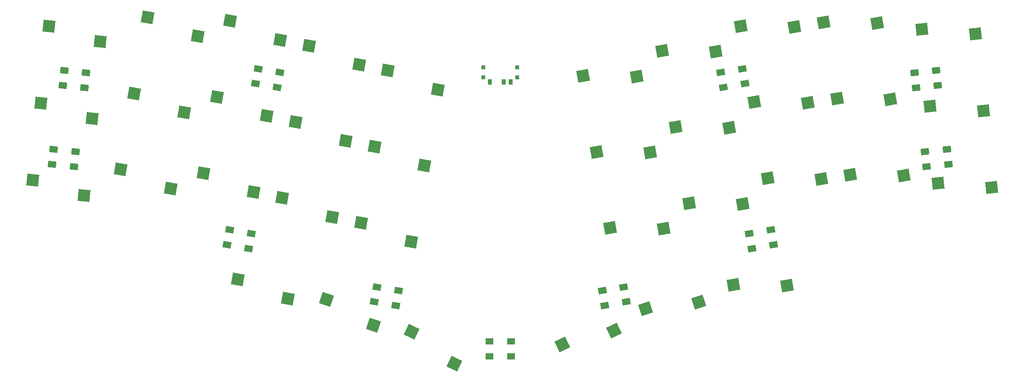
<source format=gbr>
%TF.GenerationSoftware,KiCad,Pcbnew,(6.0.7-1)-1*%
%TF.CreationDate,2022-09-13T20:48:51-04:00*%
%TF.ProjectId,egret,65677265-742e-46b6-9963-61645f706362,v1.0.0*%
%TF.SameCoordinates,Original*%
%TF.FileFunction,Paste,Bot*%
%TF.FilePolarity,Positive*%
%FSLAX46Y46*%
G04 Gerber Fmt 4.6, Leading zero omitted, Abs format (unit mm)*
G04 Created by KiCad (PCBNEW (6.0.7-1)-1) date 2022-09-13 20:48:51*
%MOMM*%
%LPD*%
G01*
G04 APERTURE LIST*
G04 Aperture macros list*
%AMRotRect*
0 Rectangle, with rotation*
0 The origin of the aperture is its center*
0 $1 length*
0 $2 width*
0 $3 Rotation angle, in degrees counterclockwise*
0 Add horizontal line*
21,1,$1,$2,0,0,$3*%
G04 Aperture macros list end*
%ADD10R,0.900000X0.900000*%
%ADD11R,0.900000X1.250000*%
%ADD12RotRect,2.600000X2.600000X10.000000*%
%ADD13RotRect,2.600000X2.600000X350.000000*%
%ADD14RotRect,2.600000X2.600000X26.000000*%
%ADD15RotRect,2.600000X2.600000X342.000000*%
%ADD16RotRect,2.600000X2.600000X334.000000*%
%ADD17RotRect,2.600000X2.600000X354.000000*%
%ADD18RotRect,2.600000X2.600000X6.000000*%
%ADD19RotRect,2.600000X2.600000X18.000000*%
%ADD20RotRect,1.800000X1.400000X10.000000*%
%ADD21RotRect,1.800000X1.400000X354.000000*%
%ADD22RotRect,1.800000X1.400000X350.000000*%
%ADD23R,1.800000X1.400000*%
%ADD24RotRect,1.800000X1.400000X6.000000*%
G04 APERTURE END LIST*
D10*
%TO.C,T1*%
X202755131Y-80416544D03*
X210155131Y-80416544D03*
X202755131Y-82616544D03*
X210155131Y-82616544D03*
D11*
X204205131Y-83591544D03*
X207205131Y-83591544D03*
X208705131Y-83591544D03*
%TD*%
D12*
%TO.C,S33*%
X224696679Y-82225638D03*
X236453234Y-82386578D03*
%TD*%
%TO.C,S24*%
X277463883Y-70509719D03*
X289220438Y-70670659D03*
%TD*%
D13*
%TO.C,S7*%
X141230804Y-103642533D03*
X152223308Y-107814747D03*
%TD*%
D12*
%TO.C,S30*%
X242010806Y-76761050D03*
X253767361Y-76921990D03*
%TD*%
%TO.C,S25*%
X265228967Y-104779927D03*
X276985522Y-104940867D03*
%TD*%
D14*
%TO.C,S36*%
X220045844Y-141380269D03*
X231391332Y-138294429D03*
%TD*%
D12*
%TO.C,S29*%
X244962824Y-93502782D03*
X256719379Y-93663722D03*
%TD*%
D15*
%TO.C,S17*%
X168288334Y-131450887D03*
X178593199Y-137112358D03*
%TD*%
D16*
%TO.C,S18*%
X186977318Y-138508938D03*
X196393973Y-145549472D03*
%TD*%
D17*
%TO.C,S2*%
X105527763Y-88255298D03*
X116784528Y-91650550D03*
%TD*%
D12*
%TO.C,S23*%
X280415902Y-87251448D03*
X292172457Y-87412388D03*
%TD*%
%TO.C,S22*%
X283367923Y-103993179D03*
X295124478Y-104154119D03*
%TD*%
D17*
%TO.C,S1*%
X103750779Y-105162170D03*
X115007544Y-108557422D03*
%TD*%
D12*
%TO.C,S34*%
X257660830Y-128199925D03*
X269417385Y-128360865D03*
%TD*%
D13*
%TO.C,S15*%
X181763093Y-81088241D03*
X192755597Y-85260455D03*
%TD*%
%TO.C,S13*%
X175859056Y-114571703D03*
X186851560Y-118743917D03*
%TD*%
%TO.C,S11*%
X161496947Y-92365387D03*
X172489451Y-96537601D03*
%TD*%
D18*
%TO.C,S20*%
X300868380Y-88939959D03*
X312585071Y-89920604D03*
%TD*%
D12*
%TO.C,S31*%
X230600716Y-115709099D03*
X242357271Y-115870039D03*
%TD*%
D13*
%TO.C,S4*%
X123091851Y-102855783D03*
X134084355Y-107027997D03*
%TD*%
D12*
%TO.C,S26*%
X262276949Y-88038196D03*
X274033504Y-88199136D03*
%TD*%
D19*
%TO.C,S35*%
X238392508Y-133474948D03*
X250057048Y-131998126D03*
%TD*%
D12*
%TO.C,S27*%
X259324930Y-71296465D03*
X271081485Y-71457405D03*
%TD*%
D17*
%TO.C,S3*%
X107304747Y-71348428D03*
X118561512Y-74743680D03*
%TD*%
D12*
%TO.C,S32*%
X227648699Y-98967368D03*
X239405254Y-99128308D03*
%TD*%
D13*
%TO.C,S14*%
X178811074Y-97829971D03*
X189803578Y-102002185D03*
%TD*%
D18*
%TO.C,S19*%
X302645364Y-105846831D03*
X314362055Y-106827476D03*
%TD*%
%TO.C,S21*%
X299091394Y-72033087D03*
X310808085Y-73013732D03*
%TD*%
D13*
%TO.C,S6*%
X128995890Y-69372320D03*
X139988394Y-73544534D03*
%TD*%
D12*
%TO.C,S28*%
X247914844Y-110244513D03*
X259671399Y-110405453D03*
%TD*%
D13*
%TO.C,S8*%
X144182821Y-86900800D03*
X155175325Y-91073014D03*
%TD*%
%TO.C,S5*%
X126043870Y-86114052D03*
X137036374Y-90286266D03*
%TD*%
%TO.C,S10*%
X158544928Y-109107120D03*
X169537432Y-113279334D03*
%TD*%
%TO.C,S16*%
X148798942Y-127062529D03*
X159791446Y-131234743D03*
%TD*%
%TO.C,S9*%
X147134841Y-70159068D03*
X158127345Y-74331282D03*
%TD*%
%TO.C,S12*%
X164448966Y-75623655D03*
X175441470Y-79795869D03*
%TD*%
D20*
%TO.C,LED11*%
X259634989Y-80685261D03*
X260208028Y-83935126D03*
X255480951Y-84768637D03*
X254907912Y-81518772D03*
%TD*%
D21*
%TO.C,LED2*%
X115457372Y-81556527D03*
X115112428Y-84838449D03*
X110338722Y-84336713D03*
X110683666Y-81054791D03*
%TD*%
D22*
%TO.C,LED4*%
X151751017Y-116971852D03*
X151177978Y-120221717D03*
X146450901Y-119388206D03*
X147023940Y-116138341D03*
%TD*%
D23*
%TO.C,LED6*%
X208855131Y-140642429D03*
X208855131Y-143942429D03*
X204055131Y-143942429D03*
X204055131Y-140642429D03*
%TD*%
D22*
%TO.C,LED5*%
X184062357Y-129523340D03*
X183489318Y-132773205D03*
X178762241Y-131939694D03*
X179335280Y-128689829D03*
%TD*%
D21*
%TO.C,LED3*%
X113130863Y-98908398D03*
X112785919Y-102190320D03*
X108012213Y-101688584D03*
X108357157Y-98406662D03*
%TD*%
D22*
%TO.C,LED1*%
X158002351Y-81518774D03*
X157429312Y-84768639D03*
X152702235Y-83935128D03*
X153275274Y-80685263D03*
%TD*%
D20*
%TO.C,LED7*%
X233574984Y-128689832D03*
X234148023Y-131939697D03*
X229420946Y-132773208D03*
X228847907Y-129523343D03*
%TD*%
D24*
%TO.C,LED9*%
X304553105Y-98406661D03*
X304898049Y-101688583D03*
X300124343Y-102190319D03*
X299779399Y-98908397D03*
%TD*%
D20*
%TO.C,LED8*%
X265886321Y-116138339D03*
X266459360Y-119388204D03*
X261732283Y-120221715D03*
X261159244Y-116971850D03*
%TD*%
D24*
%TO.C,LED10*%
X302226596Y-81054793D03*
X302571540Y-84336715D03*
X297797834Y-84838451D03*
X297452890Y-81556529D03*
%TD*%
M02*

</source>
